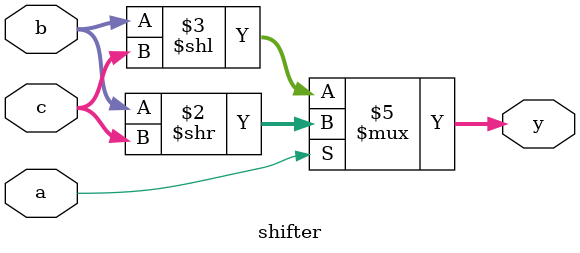
<source format=v>
module shifter # (parameter WIDTH = 32) (
        input  wire a,
		input  wire [WIDTH-1:0] b,
		input  wire [4:0] c,
        output reg  [WIDTH-1:0] y
    );

    always @ (a, b, c) begin
        if(a) y = b >> c;
		else  y = b << c;
    end
endmodule
</source>
